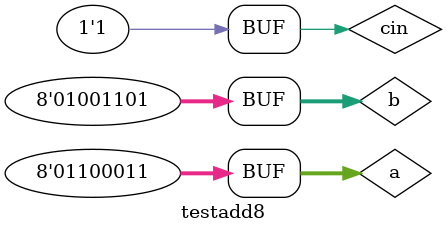
<source format=v>
`timescale 1ns / 1ps


module testadd8;

	// Inputs
	reg [7:0] a;
	reg [7:0] b;
	reg cin;

	// Outputs
	wire [7:0] sum;
	wire cout;

	// Instantiate the Unit Under Test (UUT)
	myadd uut (
		.a(a), 
		.b(b), 
		.cin(cin), 
		.sum(sum), 
		.cout(cout)
	);

	initial begin
		// Initialize Inputs
		a = 0;
		b = 0;
		cin = 0;

		// Wait 100 ns for global reset to finish
		#100;
		a = 255;
		b = 255;
		cin = 0;
		
		#20;
		a = 123;
		b = 246;
		cin = 0;
		
		#20;
		a = 99;
		b = 69;
		cin = 0;
		
		#20;
		a = 150;
		b = 44;
		cin = 0;
		
		#20;
		a = 255;
		b = 255;
		cin = 1;
		
		#20;
		a = 123;
		b = 246;
		cin = 1;
		
		#20;
		a = 14;
		b = 88;
		cin = 1;
		
		#20;
		a = 55;
		b = 77;
		cin = 1;
		
		#20;
		a = 99;
		b = 77;
		cin = 1;
        
		// Add stimulus here

	end
      
endmodule


</source>
